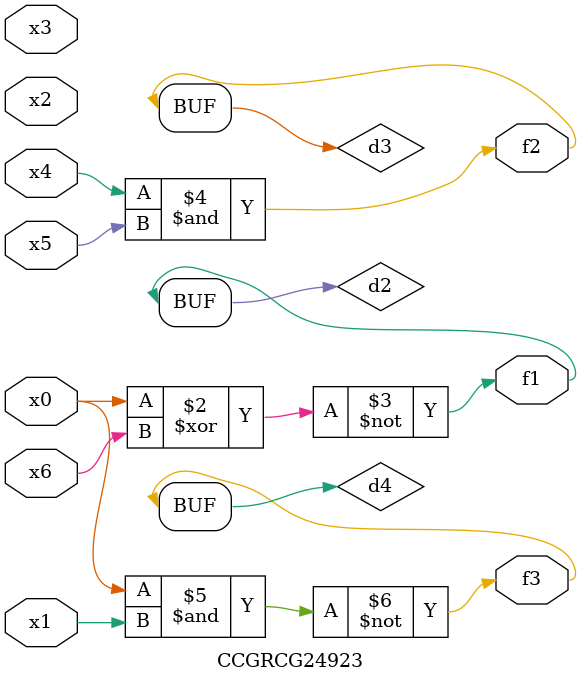
<source format=v>
module CCGRCG24923(
	input x0, x1, x2, x3, x4, x5, x6,
	output f1, f2, f3
);

	wire d1, d2, d3, d4;

	nor (d1, x0);
	xnor (d2, x0, x6);
	and (d3, x4, x5);
	nand (d4, x0, x1);
	assign f1 = d2;
	assign f2 = d3;
	assign f3 = d4;
endmodule

</source>
